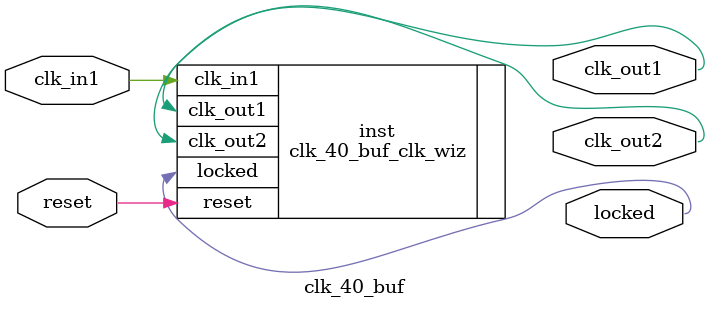
<source format=v>


`timescale 1ps/1ps

(* CORE_GENERATION_INFO = "clk_40_buf,clk_wiz_v6_0_3_0_0,{component_name=clk_40_buf,use_phase_alignment=true,use_min_o_jitter=false,use_max_i_jitter=false,use_dyn_phase_shift=false,use_inclk_switchover=false,use_dyn_reconfig=false,enable_axi=0,feedback_source=FDBK_AUTO,PRIMITIVE=MMCM,num_out_clk=2,clkin1_period=8.000,clkin2_period=10.000,use_power_down=false,use_reset=true,use_locked=true,use_inclk_stopped=false,feedback_type=SINGLE,CLOCK_MGR_TYPE=NA,manual_override=false}" *)

module clk_40_buf 
 (
  // Clock out ports
  output        clk_out1,
  output        clk_out2,
  // Status and control signals
  input         reset,
  output        locked,
 // Clock in ports
  input         clk_in1
 );

  clk_40_buf_clk_wiz inst
  (
  // Clock out ports  
  .clk_out1(clk_out1),
  .clk_out2(clk_out2),
  // Status and control signals               
  .reset(reset), 
  .locked(locked),
 // Clock in ports
  .clk_in1(clk_in1)
  );

endmodule

</source>
